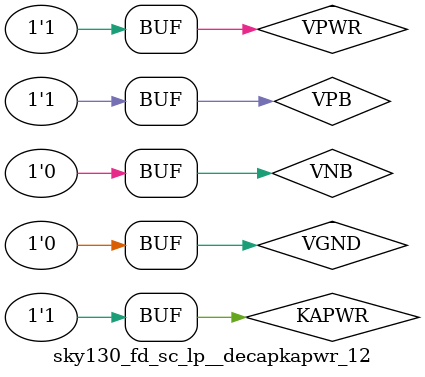
<source format=v>
/*
 * Copyright 2020 The SkyWater PDK Authors
 *
 * Licensed under the Apache License, Version 2.0 (the "License");
 * you may not use this file except in compliance with the License.
 * You may obtain a copy of the License at
 *
 *     https://www.apache.org/licenses/LICENSE-2.0
 *
 * Unless required by applicable law or agreed to in writing, software
 * distributed under the License is distributed on an "AS IS" BASIS,
 * WITHOUT WARRANTIES OR CONDITIONS OF ANY KIND, either express or implied.
 * See the License for the specific language governing permissions and
 * limitations under the License.
 *
 * SPDX-License-Identifier: Apache-2.0
*/


`ifndef SKY130_FD_SC_LP__DECAPKAPWR_12_TIMING_V
`define SKY130_FD_SC_LP__DECAPKAPWR_12_TIMING_V

/**
 * decapkapwr: Decoupling capacitance filler on keep-alive rail.
 *
 * Verilog simulation timing model.
 */

`timescale 1ns / 1ps
`default_nettype none

`celldefine
module sky130_fd_sc_lp__decapkapwr_12 ();

    // Module supplies
    supply1 KAPWR;
    supply1 VPWR ;
    supply0 VGND ;
    supply1 VPB  ;
    supply0 VNB  ;
     // No contents.
endmodule
`endcelldefine

`default_nettype wire
`endif  // SKY130_FD_SC_LP__DECAPKAPWR_12_TIMING_V

</source>
